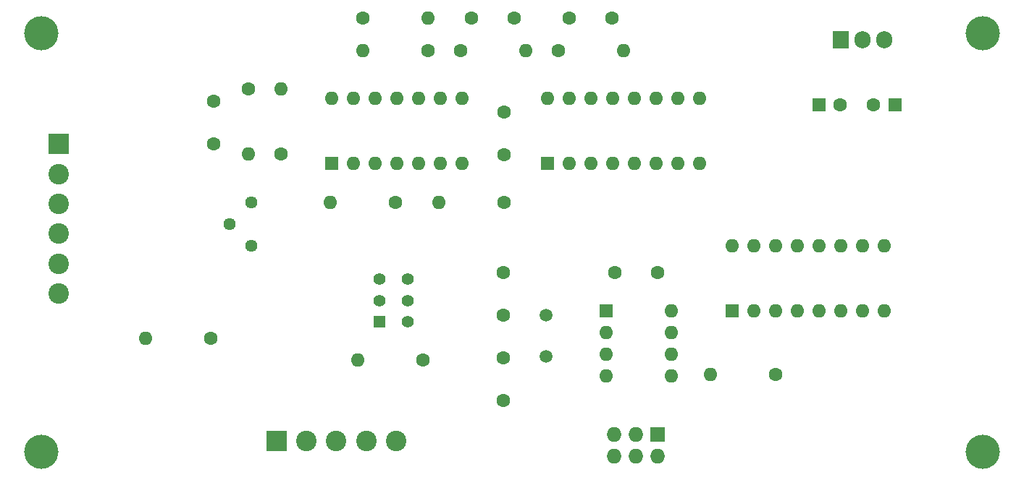
<source format=gbr>
G04 #@! TF.GenerationSoftware,KiCad,Pcbnew,5.1.3*
G04 #@! TF.CreationDate,2019-10-12T01:26:58-07:00*
G04 #@! TF.ProjectId,ap206-pll,61703230-362d-4706-9c6c-2e6b69636164,1*
G04 #@! TF.SameCoordinates,Original*
G04 #@! TF.FileFunction,Soldermask,Top*
G04 #@! TF.FilePolarity,Negative*
%FSLAX46Y46*%
G04 Gerber Fmt 4.6, Leading zero omitted, Abs format (unit mm)*
G04 Created by KiCad (PCBNEW 5.1.3) date 2019-10-12 01:26:58*
%MOMM*%
%LPD*%
G04 APERTURE LIST*
%ADD10C,1.440000*%
%ADD11R,2.400000X2.400000*%
%ADD12C,2.400000*%
%ADD13R,1.600000X1.600000*%
%ADD14C,1.600000*%
%ADD15O,1.727200X1.727200*%
%ADD16R,1.727200X1.727200*%
%ADD17O,1.600000X1.600000*%
%ADD18O,1.905000X2.000000*%
%ADD19R,1.905000X2.000000*%
%ADD20C,1.500000*%
%ADD21C,4.000000*%
%ADD22R,1.400000X1.400000*%
%ADD23C,1.400000*%
G04 APERTURE END LIST*
D10*
X74500000Y-69850000D03*
X71960000Y-72390000D03*
X74500000Y-74930000D03*
D11*
X52000000Y-63000000D03*
D12*
X52000000Y-66500000D03*
X52000000Y-70000000D03*
X52000000Y-73500000D03*
X52000000Y-77000000D03*
X52000000Y-80500000D03*
D13*
X149780000Y-58420000D03*
D14*
X147280000Y-58420000D03*
X122000000Y-78000000D03*
X117000000Y-78000000D03*
X143390000Y-58420000D03*
D13*
X140890000Y-58420000D03*
D14*
X116680000Y-48260000D03*
X111680000Y-48260000D03*
X105250000Y-48260000D03*
X100250000Y-48260000D03*
X70160000Y-58000000D03*
X70160000Y-63000000D03*
X104000000Y-78000000D03*
X104000000Y-83000000D03*
X104000000Y-93000000D03*
X104000000Y-88000000D03*
X104060000Y-64270000D03*
X104060000Y-59270000D03*
D15*
X116920000Y-99540000D03*
X116920000Y-97000000D03*
X119460000Y-99540000D03*
X119460000Y-97000000D03*
X122000000Y-99540000D03*
D16*
X122000000Y-97000000D03*
D14*
X110410000Y-52070000D03*
D17*
X118030000Y-52070000D03*
X106600000Y-52070000D03*
D14*
X98980000Y-52070000D03*
D17*
X83740000Y-69850000D03*
D14*
X91360000Y-69850000D03*
D17*
X95170000Y-48260000D03*
D14*
X87550000Y-48260000D03*
D17*
X87550000Y-52070000D03*
D14*
X95170000Y-52070000D03*
X104060000Y-69850000D03*
D17*
X96440000Y-69850000D03*
D14*
X78025000Y-64135000D03*
D17*
X78025000Y-56515000D03*
X74215000Y-64135000D03*
D14*
X74215000Y-56515000D03*
X135810000Y-90000000D03*
D17*
X128190000Y-90000000D03*
D18*
X148510000Y-50800000D03*
X145970000Y-50800000D03*
D19*
X143430000Y-50800000D03*
D17*
X123620000Y-82550000D03*
X116000000Y-90170000D03*
X123620000Y-85090000D03*
X116000000Y-87630000D03*
X123620000Y-87630000D03*
X116000000Y-85090000D03*
X123620000Y-90170000D03*
D13*
X116000000Y-82550000D03*
D17*
X130730000Y-74930000D03*
X148510000Y-82550000D03*
X133270000Y-74930000D03*
X145970000Y-82550000D03*
X135810000Y-74930000D03*
X143430000Y-82550000D03*
X138350000Y-74930000D03*
X140890000Y-82550000D03*
X140890000Y-74930000D03*
X138350000Y-82550000D03*
X143430000Y-74930000D03*
X135810000Y-82550000D03*
X145970000Y-74930000D03*
X133270000Y-82550000D03*
X148510000Y-74930000D03*
D13*
X130730000Y-82550000D03*
X109140000Y-65270000D03*
D17*
X126920000Y-57650000D03*
X111680000Y-65270000D03*
X124380000Y-57650000D03*
X114220000Y-65270000D03*
X121840000Y-57650000D03*
X116760000Y-65270000D03*
X119300000Y-57650000D03*
X119300000Y-65270000D03*
X116760000Y-57650000D03*
X121840000Y-65270000D03*
X114220000Y-57650000D03*
X124380000Y-65270000D03*
X111680000Y-57650000D03*
X126920000Y-65270000D03*
X109140000Y-57650000D03*
D20*
X109000000Y-87880000D03*
X109000000Y-83000000D03*
D14*
X69770000Y-85725000D03*
D17*
X62150000Y-85725000D03*
D21*
X50000000Y-50000000D03*
X50000000Y-99000000D03*
X160000000Y-50000000D03*
X160000000Y-99000000D03*
D13*
X83890000Y-65270000D03*
D17*
X99130000Y-57650000D03*
X86430000Y-65270000D03*
X96590000Y-57650000D03*
X88970000Y-65270000D03*
X94050000Y-57650000D03*
X91510000Y-65270000D03*
X91510000Y-57650000D03*
X94050000Y-65270000D03*
X88970000Y-57650000D03*
X96590000Y-65270000D03*
X86430000Y-57650000D03*
X99130000Y-65270000D03*
X83890000Y-57650000D03*
D11*
X77470000Y-97790000D03*
D12*
X80970000Y-97790000D03*
X84470000Y-97790000D03*
X87970000Y-97790000D03*
X91470000Y-97790000D03*
D14*
X94615000Y-88265000D03*
D17*
X86995000Y-88265000D03*
D22*
X89535000Y-83820000D03*
D23*
X89535000Y-81320000D03*
X89535000Y-78820000D03*
X92835000Y-83820000D03*
X92835000Y-81320000D03*
X92835000Y-78820000D03*
M02*

</source>
